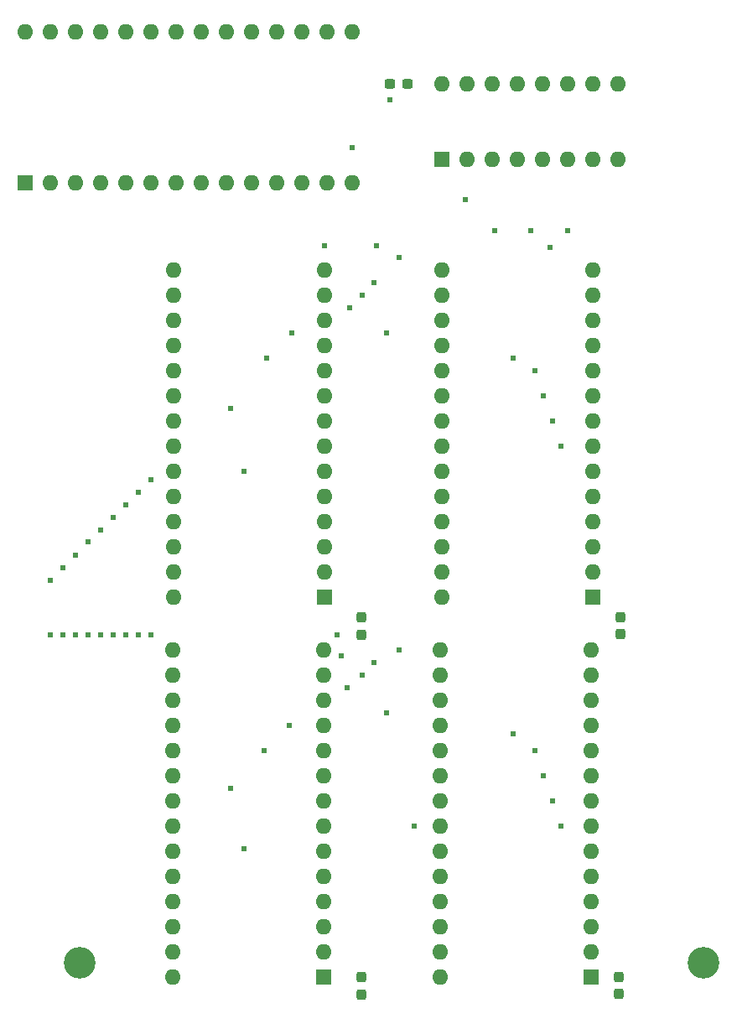
<source format=gts>
G04 #@! TF.GenerationSoftware,KiCad,Pcbnew,7.0.10*
G04 #@! TF.CreationDate,2024-02-26T06:51:28+09:00*
G04 #@! TF.ProjectId,fs-a1_rom_patch,66732d61-315f-4726-9f6d-5f7061746368,1.0*
G04 #@! TF.SameCoordinates,Original*
G04 #@! TF.FileFunction,Soldermask,Top*
G04 #@! TF.FilePolarity,Negative*
%FSLAX46Y46*%
G04 Gerber Fmt 4.6, Leading zero omitted, Abs format (unit mm)*
G04 Created by KiCad (PCBNEW 7.0.10) date 2024-02-26 06:51:28*
%MOMM*%
%LPD*%
G01*
G04 APERTURE LIST*
G04 Aperture macros list*
%AMRoundRect*
0 Rectangle with rounded corners*
0 $1 Rounding radius*
0 $2 $3 $4 $5 $6 $7 $8 $9 X,Y pos of 4 corners*
0 Add a 4 corners polygon primitive as box body*
4,1,4,$2,$3,$4,$5,$6,$7,$8,$9,$2,$3,0*
0 Add four circle primitives for the rounded corners*
1,1,$1+$1,$2,$3*
1,1,$1+$1,$4,$5*
1,1,$1+$1,$6,$7*
1,1,$1+$1,$8,$9*
0 Add four rect primitives between the rounded corners*
20,1,$1+$1,$2,$3,$4,$5,0*
20,1,$1+$1,$4,$5,$6,$7,0*
20,1,$1+$1,$6,$7,$8,$9,0*
20,1,$1+$1,$8,$9,$2,$3,0*%
G04 Aperture macros list end*
%ADD10R,1.600000X1.600000*%
%ADD11O,1.600000X1.600000*%
%ADD12RoundRect,0.237500X-0.300000X-0.237500X0.300000X-0.237500X0.300000X0.237500X-0.300000X0.237500X0*%
%ADD13RoundRect,0.237500X0.237500X-0.300000X0.237500X0.300000X-0.237500X0.300000X-0.237500X-0.300000X0*%
%ADD14C,3.200000*%
%ADD15RoundRect,0.237500X-0.237500X0.300000X-0.237500X-0.300000X0.237500X-0.300000X0.237500X0.300000X0*%
%ADD16C,0.605000*%
G04 APERTURE END LIST*
D10*
X106045000Y-64389000D03*
D11*
X108585000Y-64389000D03*
X111125000Y-64389000D03*
X113665000Y-64389000D03*
X116205000Y-64389000D03*
X118745000Y-64389000D03*
X121285000Y-64389000D03*
X123825000Y-64389000D03*
X123825000Y-56769000D03*
X121285000Y-56769000D03*
X118745000Y-56769000D03*
X116205000Y-56769000D03*
X113665000Y-56769000D03*
X111125000Y-56769000D03*
X108585000Y-56769000D03*
X106045000Y-56769000D03*
D12*
X100838000Y-56769000D03*
X102563000Y-56769000D03*
D10*
X94107000Y-146939000D03*
D11*
X94107000Y-144399000D03*
X94107000Y-141859000D03*
X94107000Y-139319000D03*
X94107000Y-136779000D03*
X94107000Y-134239000D03*
X94107000Y-131699000D03*
X94107000Y-129159000D03*
X94107000Y-126619000D03*
X94107000Y-124079000D03*
X94107000Y-121539000D03*
X94107000Y-118999000D03*
X94107000Y-116459000D03*
X94107000Y-113919000D03*
X78867000Y-113919000D03*
X78867000Y-116459000D03*
X78867000Y-118999000D03*
X78867000Y-121539000D03*
X78867000Y-124079000D03*
X78867000Y-126619000D03*
X78867000Y-129159000D03*
X78867000Y-131699000D03*
X78867000Y-134239000D03*
X78867000Y-136779000D03*
X78867000Y-139319000D03*
X78867000Y-141859000D03*
X78867000Y-144399000D03*
X78867000Y-146939000D03*
D10*
X64008000Y-66802000D03*
D11*
X66548000Y-66802000D03*
X69088000Y-66802000D03*
X71628000Y-66802000D03*
X74168000Y-66802000D03*
X76708000Y-66802000D03*
X79248000Y-66802000D03*
X81788000Y-66802000D03*
X84328000Y-66802000D03*
X86868000Y-66802000D03*
X89408000Y-66802000D03*
X91948000Y-66802000D03*
X94488000Y-66802000D03*
X97028000Y-66802000D03*
X97028000Y-51562000D03*
X94488000Y-51562000D03*
X91948000Y-51562000D03*
X89408000Y-51562000D03*
X86868000Y-51562000D03*
X84328000Y-51562000D03*
X81788000Y-51562000D03*
X79248000Y-51562000D03*
X76708000Y-51562000D03*
X74168000Y-51562000D03*
X71628000Y-51562000D03*
X69088000Y-51562000D03*
X66548000Y-51562000D03*
X64008000Y-51562000D03*
D13*
X97917000Y-112368500D03*
X97917000Y-110643500D03*
D14*
X132500000Y-145500000D03*
D13*
X97917000Y-148690500D03*
X97917000Y-146965500D03*
D15*
X123952000Y-146939000D03*
X123952000Y-148664000D03*
D10*
X94234000Y-108585000D03*
D11*
X94234000Y-106045000D03*
X94234000Y-103505000D03*
X94234000Y-100965000D03*
X94234000Y-98425000D03*
X94234000Y-95885000D03*
X94234000Y-93345000D03*
X94234000Y-90805000D03*
X94234000Y-88265000D03*
X94234000Y-85725000D03*
X94234000Y-83185000D03*
X94234000Y-80645000D03*
X94234000Y-78105000D03*
X94234000Y-75565000D03*
X78994000Y-75565000D03*
X78994000Y-78105000D03*
X78994000Y-80645000D03*
X78994000Y-83185000D03*
X78994000Y-85725000D03*
X78994000Y-88265000D03*
X78994000Y-90805000D03*
X78994000Y-93345000D03*
X78994000Y-95885000D03*
X78994000Y-98425000D03*
X78994000Y-100965000D03*
X78994000Y-103505000D03*
X78994000Y-106045000D03*
X78994000Y-108585000D03*
D10*
X121107000Y-146919000D03*
D11*
X121107000Y-144379000D03*
X121107000Y-141839000D03*
X121107000Y-139299000D03*
X121107000Y-136759000D03*
X121107000Y-134219000D03*
X121107000Y-131679000D03*
X121107000Y-129139000D03*
X121107000Y-126599000D03*
X121107000Y-124059000D03*
X121107000Y-121519000D03*
X121107000Y-118979000D03*
X121107000Y-116439000D03*
X121107000Y-113899000D03*
X105867000Y-113899000D03*
X105867000Y-116439000D03*
X105867000Y-118979000D03*
X105867000Y-121519000D03*
X105867000Y-124059000D03*
X105867000Y-126599000D03*
X105867000Y-129139000D03*
X105867000Y-131679000D03*
X105867000Y-134219000D03*
X105867000Y-136759000D03*
X105867000Y-139299000D03*
X105867000Y-141839000D03*
X105867000Y-144379000D03*
X105867000Y-146919000D03*
D10*
X121285000Y-108585000D03*
D11*
X121285000Y-106045000D03*
X121285000Y-103505000D03*
X121285000Y-100965000D03*
X121285000Y-98425000D03*
X121285000Y-95885000D03*
X121285000Y-93345000D03*
X121285000Y-90805000D03*
X121285000Y-88265000D03*
X121285000Y-85725000D03*
X121285000Y-83185000D03*
X121285000Y-80645000D03*
X121285000Y-78105000D03*
X121285000Y-75565000D03*
X106045000Y-75565000D03*
X106045000Y-78105000D03*
X106045000Y-80645000D03*
X106045000Y-83185000D03*
X106045000Y-85725000D03*
X106045000Y-88265000D03*
X106045000Y-90805000D03*
X106045000Y-93345000D03*
X106045000Y-95885000D03*
X106045000Y-98425000D03*
X106045000Y-100965000D03*
X106045000Y-103505000D03*
X106045000Y-106045000D03*
X106045000Y-108585000D03*
D13*
X124079000Y-112342000D03*
X124079000Y-110617000D03*
D14*
X69500000Y-145500000D03*
D16*
X108458000Y-68453000D03*
X66548000Y-112395000D03*
X66548000Y-106934000D03*
X69088000Y-112395000D03*
X69088000Y-104394000D03*
X71628000Y-112395000D03*
X71628000Y-101854000D03*
X74168000Y-112395000D03*
X74168000Y-99314000D03*
X76708000Y-96774000D03*
X76708000Y-112395000D03*
X118110000Y-93345000D03*
X118110000Y-131699000D03*
X117221000Y-129159000D03*
X117221000Y-90805000D03*
X116332000Y-88265000D03*
X116332000Y-126619000D03*
X115443000Y-124079000D03*
X115443000Y-85725000D03*
X113284000Y-84455000D03*
X113284000Y-122428000D03*
X100457000Y-81915000D03*
X100457000Y-120269000D03*
X98044000Y-116459000D03*
X98044000Y-78105000D03*
X99441000Y-73152000D03*
X94234000Y-73152000D03*
X100838000Y-58420000D03*
X97028000Y-63246000D03*
X101727000Y-113919000D03*
X95885000Y-114554000D03*
X101727000Y-74295000D03*
X95504000Y-112395000D03*
X99187000Y-115189000D03*
X99187000Y-76835000D03*
X96774000Y-79375000D03*
X96520000Y-117729000D03*
X90678000Y-121539000D03*
X90932000Y-81915000D03*
X88138000Y-124079000D03*
X88392000Y-84455000D03*
X84709000Y-127889000D03*
X84709000Y-89535000D03*
X86106000Y-95885000D03*
X86106000Y-133985000D03*
X75438000Y-112395000D03*
X75438000Y-98044000D03*
X72898000Y-112395000D03*
X72898000Y-100584000D03*
X70358000Y-102997000D03*
X70358000Y-112395000D03*
X67818000Y-105664000D03*
X67818000Y-112395000D03*
X111379000Y-71628000D03*
X115062000Y-71628000D03*
X103251000Y-131699000D03*
X118745000Y-71627994D03*
X116967000Y-73279000D03*
M02*

</source>
